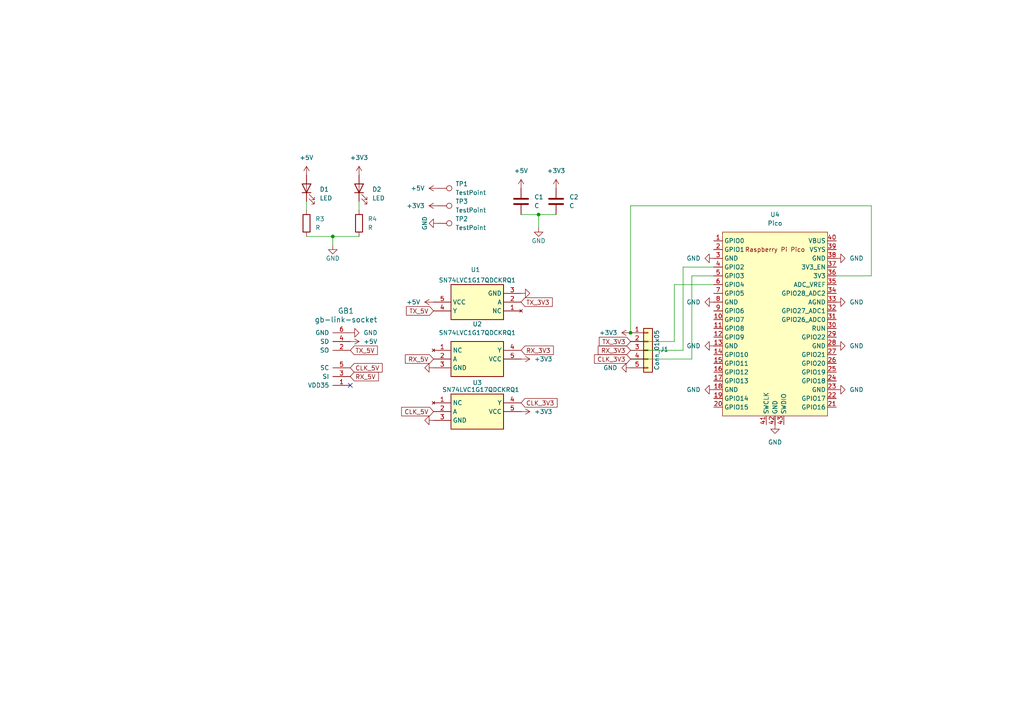
<source format=kicad_sch>
(kicad_sch (version 20241004) (generator "eeschema") (generator_version "8.99")
  (paper "A4")
  (lib_symbols
    (symbol "Connector:TestPoint" (pin_numbers (hide yes)) (pin_names (offset 0.762) (hide yes))
      (property "Reference" "TP" (at 0 6.858 0))
      (property "Value" "TestPoint" (at 0 5.08 0))
      (symbol "TestPoint_0_1"
        (circle (center 0 3.302) (radius 0.762))
      )
      (symbol "TestPoint_1_1"
        (pin passive line (at 0 0 90) (length 2.54) (name "1") (number "1"))
      )
    )
    (symbol "Connector_Generic:Conn_01x05" (pin_names (offset 1.016) (hide yes))
      (property "Reference" "J" (at 0 7.62 0))
      (property "Value" "Conn_01x05" (at 0 -7.62 0))
      (symbol "Conn_01x05_1_1"
        (rectangle (start -1.27 6.35) (end 1.27 -6.35) (stroke (width 0.254)) (fill (type background)))
        (rectangle (start -1.27 5.207) (end 0 4.953) (stroke (width 0.1524)))
        (rectangle (start -1.27 2.667) (end 0 2.413) (stroke (width 0.1524)))
        (rectangle (start -1.27 0.127) (end 0 -0.127) (stroke (width 0.1524)))
        (rectangle (start -1.27 -2.413) (end 0 -2.667) (stroke (width 0.1524)))
        (rectangle (start -1.27 -4.953) (end 0 -5.207) (stroke (width 0.1524)))
        (pin passive line (at -5.08 5.08 0) (length 3.81) (name "Pin_1") (number "1"))
        (pin passive line (at -5.08 2.54 0) (length 3.81) (name "Pin_2") (number "2"))
        (pin passive line (at -5.08 0 0) (length 3.81) (name "Pin_3") (number "3"))
        (pin passive line (at -5.08 -2.54 0) (length 3.81) (name "Pin_4") (number "4"))
        (pin passive line (at -5.08 -5.08 0) (length 3.81) (name "Pin_5") (number "5"))
      )
    )
    (symbol "Device:C" (pin_numbers (hide yes)) (pin_names (offset 0.254))
      (property "Reference" "C" (at 0.635 2.54 0))
      (property "Value" "C" (at 0.635 -2.54 0))
      (symbol "C_0_1"
        (polyline (pts (xy -2.032 0.762) (xy 2.032 0.762)) (stroke (width 0.508)))
        (polyline (pts (xy -2.032 -0.762) (xy 2.032 -0.762)) (stroke (width 0.508)))
      )
      (symbol "C_1_1"
        (pin passive line (at 0 3.81 270) (length 2.794) (name "~") (number "1"))
        (pin passive line (at 0 -3.81 90) (length 2.794) (name "~") (number "2"))
      )
    )
    (symbol "Device:LED" (pin_numbers (hide yes)) (pin_names (offset 1.016) (hide yes))
      (property "Reference" "D" (at 0 2.54 0))
      (property "Value" "LED" (at 0 -2.54 0))
      (symbol "LED_0_1"
        (polyline (pts (xy -3.048 -0.762) (xy -4.572 -2.286) (xy -3.81 -2.286) (xy -4.572 -2.286) (xy -4.572 -1.524)))
        (polyline (pts (xy -1.778 -0.762) (xy -3.302 -2.286) (xy -2.54 -2.286) (xy -3.302 -2.286) (xy -3.302 -1.524)))
        (polyline (pts (xy -1.27 0) (xy 1.27 0)))
        (polyline (pts (xy -1.27 -1.27) (xy -1.27 1.27)) (stroke (width 0.254)))
        (polyline (pts (xy 1.27 -1.27) (xy 1.27 1.27) (xy -1.27 0) (xy 1.27 -1.27)) (stroke (width 0.254)))
      )
      (symbol "LED_1_1"
        (pin passive line (at -3.81 0 0) (length 2.54) (name "K") (number "1"))
        (pin passive line (at 3.81 0 180) (length 2.54) (name "A") (number "2"))
      )
    )
    (symbol "Device:R" (pin_numbers (hide yes)) (pin_names (offset 0))
      (property "Reference" "R" (at 2.032 0 90))
      (property "Value" "R" (at 0 0 90))
      (symbol "R_0_1"
        (rectangle (start -1.016 -2.54) (end 1.016 2.54) (stroke (width 0.254)))
      )
      (symbol "R_1_1"
        (pin passive line (at 0 3.81 270) (length 1.27) (name "~") (number "1"))
        (pin passive line (at 0 -3.81 90) (length 1.27) (name "~") (number "2"))
      )
    )
    (symbol "MCU_RaspberryPi_and_Boards:Pico"
      (property "Reference" "U" (at -13.97 27.94 0))
      (property "Value" "Pico" (at 0 19.05 0))
      (symbol "Pico_0_0"
        (text "Raspberry Pi Pico" (at 0 21.59 0) (effects (font (size 1.27 1.27))))
      )
      (symbol "Pico_0_1"
        (rectangle (start -15.24 26.67) (end 15.24 -26.67) (fill (type background)))
      )
      (symbol "Pico_1_1"
        (pin bidirectional line (at -17.78 24.13 0) (length 2.54) (name "GPIO0") (number "1"))
        (pin bidirectional line (at -17.78 21.59 0) (length 2.54) (name "GPIO1") (number "2"))
        (pin power_in line (at -17.78 19.05 0) (length 2.54) (name "GND") (number "3"))
        (pin bidirectional line (at -17.78 16.51 0) (length 2.54) (name "GPIO2") (number "4"))
        (pin bidirectional line (at -17.78 13.97 0) (length 2.54) (name "GPIO3") (number "5"))
        (pin bidirectional line (at -17.78 11.43 0) (length 2.54) (name "GPIO4") (number "6"))
        (pin bidirectional line (at -17.78 8.89 0) (length 2.54) (name "GPIO5") (number "7"))
        (pin power_in line (at -17.78 6.35 0) (length 2.54) (name "GND") (number "8"))
        (pin bidirectional line (at -17.78 3.81 0) (length 2.54) (name "GPIO6") (number "9"))
        (pin bidirectional line (at -17.78 1.27 0) (length 2.54) (name "GPIO7") (number "10"))
        (pin bidirectional line (at -17.78 -1.27 0) (length 2.54) (name "GPIO8") (number "11"))
        (pin bidirectional line (at -17.78 -3.81 0) (length 2.54) (name "GPIO9") (number "12"))
        (pin power_in line (at -17.78 -6.35 0) (length 2.54) (name "GND") (number "13"))
        (pin bidirectional line (at -17.78 -8.89 0) (length 2.54) (name "GPIO10") (number "14"))
        (pin bidirectional line (at -17.78 -11.43 0) (length 2.54) (name "GPIO11") (number "15"))
        (pin bidirectional line (at -17.78 -13.97 0) (length 2.54) (name "GPIO12") (number "16"))
        (pin bidirectional line (at -17.78 -16.51 0) (length 2.54) (name "GPIO13") (number "17"))
        (pin power_in line (at -17.78 -19.05 0) (length 2.54) (name "GND") (number "18"))
        (pin bidirectional line (at -17.78 -21.59 0) (length 2.54) (name "GPIO14") (number "19"))
        (pin bidirectional line (at -17.78 -24.13 0) (length 2.54) (name "GPIO15") (number "20"))
        (pin input line (at -2.54 -29.21 90) (length 2.54) (name "SWCLK") (number "41"))
        (pin power_in line (at 0 -29.21 90) (length 2.54) (name "GND") (number "42"))
        (pin bidirectional line (at 2.54 -29.21 90) (length 2.54) (name "SWDIO") (number "43"))
        (pin power_in line (at 17.78 24.13 180) (length 2.54) (name "VBUS") (number "40"))
        (pin power_in line (at 17.78 21.59 180) (length 2.54) (name "VSYS") (number "39"))
        (pin bidirectional line (at 17.78 19.05 180) (length 2.54) (name "GND") (number "38"))
        (pin input line (at 17.78 16.51 180) (length 2.54) (name "3V3_EN") (number "37"))
        (pin power_in line (at 17.78 13.97 180) (length 2.54) (name "3V3") (number "36"))
        (pin power_in line (at 17.78 11.43 180) (length 2.54) (name "ADC_VREF") (number "35"))
        (pin bidirectional line (at 17.78 8.89 180) (length 2.54) (name "GPIO28_ADC2") (number "34"))
        (pin power_in line (at 17.78 6.35 180) (length 2.54) (name "AGND") (number "33"))
        (pin bidirectional line (at 17.78 3.81 180) (length 2.54) (name "GPIO27_ADC1") (number "32"))
        (pin bidirectional line (at 17.78 1.27 180) (length 2.54) (name "GPIO26_ADC0") (number "31"))
        (pin input line (at 17.78 -1.27 180) (length 2.54) (name "RUN") (number "30"))
        (pin bidirectional line (at 17.78 -3.81 180) (length 2.54) (name "GPIO22") (number "29"))
        (pin power_in line (at 17.78 -6.35 180) (length 2.54) (name "GND") (number "28"))
        (pin bidirectional line (at 17.78 -8.89 180) (length 2.54) (name "GPIO21") (number "27"))
        (pin bidirectional line (at 17.78 -11.43 180) (length 2.54) (name "GPIO20") (number "26"))
        (pin bidirectional line (at 17.78 -13.97 180) (length 2.54) (name "GPIO19") (number "25"))
        (pin bidirectional line (at 17.78 -16.51 180) (length 2.54) (name "GPIO18") (number "24"))
        (pin power_in line (at 17.78 -19.05 180) (length 2.54) (name "GND") (number "23"))
        (pin bidirectional line (at 17.78 -21.59 180) (length 2.54) (name "GPIO17") (number "22"))
        (pin bidirectional line (at 17.78 -24.13 180) (length 2.54) (name "GPIO16") (number "21"))
      )
    )
    (symbol "SN74LVC1G17QDCKRQ1:SN74LVC1G17QDCKRQ1"
      (property "Reference" "IC" (at 21.59 7.62 0))
      (property "Value" "SN74LVC1G17QDCKRQ1" (at 21.59 5.08 0))
      (symbol "SN74LVC1G17QDCKRQ1_1_1"
        (rectangle (start 5.08 2.54) (end 20.32 -7.62) (stroke (width 0.254)) (fill (type background)))
        (pin no_connect line (at 0 0 0) (length 5.08) (name "NC") (number "1"))
        (pin passive line (at 0 -2.54 0) (length 5.08) (name "A") (number "2"))
        (pin passive line (at 0 -5.08 0) (length 5.08) (name "GND") (number "3"))
        (pin passive line (at 25.4 0 180) (length 5.08) (name "Y") (number "4"))
        (pin passive line (at 25.4 -2.54 180) (length 5.08) (name "VCC") (number "5"))
      )
    )
    (symbol "gb-link-socket:gb-link-socket" (pin_names (offset 1.016))
      (property "Reference" "GB" (at 0 -11.43 0))
      (property "Value" "gb-link-socket" (at 0 -13.97 0))
      (property "Footprint" "gb-link-socket:gb-link-socket" (at -5.08 0 0))
      (symbol "gb-link-socket_1_1"
        (pin input line (at -7.62 0 270) (length 5.08) (name "GND") (number "6"))
        (pin input line (at -5.08 0 270) (length 5.08) (name "SD") (number "4"))
        (pin input line (at -2.54 0 270) (length 5.08) (name "SO") (number "2"))
        (pin input line (at 2.54 0 270) (length 5.08) (name "SC") (number "5"))
        (pin input line (at 5.08 0 270) (length 5.08) (name "SI") (number "3"))
        (pin input line (at 7.62 0 270) (length 5.08) (name "VDD35") (number "1"))
      )
    )
    (symbol "power:+3V3" (power) (pin_names (offset 0))
      (property "Value" "+3V3" (at 0 3.556 0))
      (symbol "+3V3_0_1"
        (polyline (pts (xy -0.762 1.27) (xy 0 2.54)))
        (polyline (pts (xy 0 2.54) (xy 0.762 1.27)))
        (polyline (pts (xy 0 0) (xy 0 2.54)))
      )
      (symbol "+3V3_1_1"
        (pin power_in line (at 0 0 90) (length 0) (hide yes) (name "+3V3") (number "1"))
      )
    )
    (symbol "power:+5V" (power) (pin_names (offset 0))
      (property "Value" "+5V" (at 0 3.556 0))
      (symbol "+5V_0_1"
        (polyline (pts (xy -0.762 1.27) (xy 0 2.54)))
        (polyline (pts (xy 0 2.54) (xy 0.762 1.27)))
        (polyline (pts (xy 0 0) (xy 0 2.54)))
      )
      (symbol "+5V_1_1"
        (pin power_in line (at 0 0 90) (length 0) (hide yes) (name "+5V") (number "1"))
      )
    )
    (symbol "power:GND" (power) (pin_names (offset 0))
      (property "Value" "GND" (at 0 -3.81 0))
      (symbol "GND_0_1"
        (polyline (pts (xy 0 0) (xy 0 -1.27) (xy 1.27 -1.27) (xy 0 -2.54) (xy -1.27 -1.27) (xy 0 -1.27)))
      )
      (symbol "GND_1_1"
        (pin power_in line (at 0 0 270) (length 0) (hide yes) (name "GND") (number "1"))
      )
    )
  )
  (junction (at 96.52 68.58))
  (junction (at 182.88 96.52))
  (junction (at 156.21 62.23))
  (no_connect (at 101.6 111.76))
  (wire (pts (xy 96.52 68.58) (xy 104.14 68.58)))
  (wire (pts (xy 198.12 77.47) (xy 207.01 77.47)))
  (wire (pts (xy 200.66 80.01) (xy 207.01 80.01)))
  (wire (pts (xy 96.52 71.12) (xy 96.52 68.58)))
  (wire (pts (xy 182.88 96.52) (xy 182.88 59.69)))
  (wire (pts (xy 182.88 104.14) (xy 200.66 104.14)))
  (wire (pts (xy 156.21 62.23) (xy 151.13 62.23)))
  (wire (pts (xy 88.9 58.42) (xy 88.9 60.96)))
  (wire (pts (xy 200.66 104.14) (xy 200.66 80.01)))
  (wire (pts (xy 104.14 58.42) (xy 104.14 60.96)))
  (wire (pts (xy 156.21 62.23) (xy 156.21 66.04)))
  (wire (pts (xy 182.88 59.69) (xy 252.73 59.69)))
  (wire (pts (xy 252.73 59.69) (xy 252.73 80.01)))
  (wire (pts (xy 252.73 80.01) (xy 242.57 80.01)))
  (wire (pts (xy 88.9 68.58) (xy 96.52 68.58)))
  (wire (pts (xy 182.88 99.06) (xy 195.58 99.06)))
  (wire (pts (xy 195.58 82.55) (xy 207.01 82.55)))
  (wire (pts (xy 156.21 62.23) (xy 161.29 62.23)))
  (wire (pts (xy 182.88 101.6) (xy 198.12 101.6)))
  (wire (pts (xy 198.12 101.6) (xy 198.12 77.47)))
  (wire (pts (xy 195.58 99.06) (xy 195.58 82.55)))
  (global_label "CLK_3V3" (shape input) (at 151.13 116.84 0) (property "Intersheetrefs" "${INTERSHEET_REFS}" (effects (hide yes))))
  (global_label "RX_3V3" (shape input) (at 151.13 101.6 0) (property "Intersheetrefs" "${INTERSHEET_REFS}" (effects (hide yes))))
  (global_label "RX_5V" (shape input) (at 101.6 109.22 0) (property "Intersheetrefs" "${INTERSHEET_REFS}" (effects (hide yes))))
  (global_label "CLK_5V" (shape input) (at 101.6 106.68 0) (property "Intersheetrefs" "${INTERSHEET_REFS}" (effects (hide yes))))
  (global_label "TX_3V3" (shape input) (at 151.13 87.63 0) (property "Intersheetrefs" "${INTERSHEET_REFS}" (effects (hide yes))))
  (global_label "TX_5V" (shape input) (at 125.73 90.17 180) (property "Intersheetrefs" "${INTERSHEET_REFS}" (effects (hide yes))))
  (global_label "CLK_5V" (shape input) (at 125.73 119.38 180) (property "Intersheetrefs" "${INTERSHEET_REFS}" (effects (hide yes))))
  (global_label "RX_5V" (shape input) (at 125.73 104.14 180) (property "Intersheetrefs" "${INTERSHEET_REFS}" (effects (hide yes))))
  (global_label "TX_5V" (shape input) (at 101.6 101.6 0) (property "Intersheetrefs" "${INTERSHEET_REFS}" (effects (hide yes))))
  (global_label "CLK_3V3" (shape input) (at 182.88 104.14 180) (property "Intersheetrefs" "${INTERSHEET_REFS}" (effects (hide yes))))
  (global_label "TX_3V3" (shape input) (at 182.88 99.06 180) (property "Intersheetrefs" "${INTERSHEET_REFS}" (effects (hide yes))))
  (global_label "RX_3V3" (shape input) (at 182.88 101.6 180) (property "Intersheetrefs" "${INTERSHEET_REFS}" (effects (hide yes))))
  (symbol (lib_id "power:+5V") (at 88.9 50.8 0) (unit 1)
    (property "Reference" "#PWR011" (effects (hide yes)))
    (property "Value" "+5V" (at 88.9 45.72 0))
  )
  (symbol (lib_id "power:+3V3") (at 151.13 104.14 270) (unit 1)
    (property "Reference" "#PWR06" (effects (hide yes)))
    (property "Value" "+3V3" (at 154.94 104.14 90) (effects (justify left)))
  )
  (symbol (lib_id "power:GND") (at 242.57 87.63 90) (unit 1)
    (property "Reference" "#PWR024" (effects (hide yes)))
    (property "Value" "GND" (at 246.38 87.6299 90) (effects (justify right)))
  )
  (symbol (lib_id "power:GND") (at 127 64.77 270) (unit 1)
    (property "Reference" "#PWR027" (effects (hide yes)))
    (property "Value" "GND" (at 123.19 64.77 0))
  )
  (symbol (lib_id "Device:R") (at 104.14 64.77 0) (unit 1)
    (property "Reference" "R4" (at 106.68 63.4999 0) (effects (justify left)))
    (property "Value" "R" (at 106.68 66.0399 0) (effects (justify left)))
    (property "Footprint" "Resistor_SMD:R_0805_2012Metric" (effects (hide yes)))
  )
  (symbol (lib_id "SN74LVC1G17QDCKRQ1:SN74LVC1G17QDCKRQ1") (at 125.73 116.84 0) (unit 1)
    (property "Reference" "U3" (at 138.43 110.998 0))
    (property "Value" "SN74LVC1G17QDCKRQ1" (at 139.446 113.03 0))
    (property "Footprint" "SOT65P210X110-5N" (effects (hide yes)))
    (property "Datasheet" "http://www.ti.com/lit/ds/symlink/sn74lvc1g17-q1.pdf" (effects (hide yes)))
    (property "Height" "1.1" (effects (hide yes)))
    (property "Manufacturer_Name" "Texas Instruments" (effects (hide yes)))
    (property "Manufacturer_Part_Number" "SN74LVC1G17QDCKRQ1" (effects (hide yes)))
  )
  (symbol (lib_id "Device:C") (at 151.13 58.42 0) (unit 1)
    (property "Reference" "C1" (at 154.94 57.1499 0) (effects (justify left)))
    (property "Value" "C" (at 154.94 59.6899 0) (effects (justify left)))
    (property "Footprint" "Capacitor_SMD:C_0805_2012Metric" (effects (hide yes)))
    (property "Description" "Unpolarized capacitor" (effects (hide yes)))
  )
  (symbol (lib_id "power:+5V") (at 125.73 87.63 90) (unit 1)
    (property "Reference" "#PWR04" (effects (hide yes)))
    (property "Value" "+5V" (at 121.92 87.63 90) (effects (justify left)))
  )
  (symbol (lib_id "power:+3V3") (at 104.14 50.8 0) (unit 1)
    (property "Reference" "#PWR012" (effects (hide yes)))
    (property "Value" "+3V3" (at 104.14 45.72 0))
  )
  (symbol (lib_id "power:GND") (at 151.13 85.09 90) (unit 1)
    (property "Reference" "#PWR01" (effects (hide yes)))
    (property "Value" "GND" (effects (hide yes)))
  )
  (symbol (lib_id "power:+5V") (at 127 54.61 90) (unit 1)
    (property "Reference" "#PWR017" (effects (hide yes)))
    (property "Value" "+5V" (at 123.19 54.6099 90) (effects (justify left)))
  )
  (symbol (lib_id "power:GND") (at 242.57 74.93 90) (unit 1)
    (property "Reference" "#PWR023" (effects (hide yes)))
    (property "Value" "GND" (at 246.38 74.9299 90) (effects (justify right)))
  )
  (symbol (lib_id "power:GND") (at 224.79 123.19 0) (unit 1)
    (property "Reference" "#PWR021" (effects (hide yes)))
    (property "Value" "GND" (at 224.79 128.27 0))
  )
  (symbol (lib_id "Device:R") (at 88.9 64.77 0) (unit 1)
    (property "Reference" "R3" (at 91.44 63.4999 0) (effects (justify left)))
    (property "Value" "R" (at 91.44 66.0399 0) (effects (justify left)))
    (property "Footprint" "Resistor_SMD:R_0805_2012Metric" (effects (hide yes)))
  )
  (symbol (lib_id "SN74LVC1G17QDCKRQ1:SN74LVC1G17QDCKRQ1") (at 151.13 90.17 180) (unit 1)
    (property "Reference" "U1" (at 137.922 78.232 0))
    (property "Value" "SN74LVC1G17QDCKRQ1" (at 138.43 81.28 0))
    (property "Footprint" "SOT65P210X110-5N" (effects (hide yes)))
    (property "Datasheet" "http://www.ti.com/lit/ds/symlink/sn74lvc1g17-q1.pdf" (effects (hide yes)))
    (property "Height" "1.1" (effects (hide yes)))
    (property "Manufacturer_Name" "Texas Instruments" (effects (hide yes)))
    (property "Manufacturer_Part_Number" "SN74LVC1G17QDCKRQ1" (effects (hide yes)))
  )
  (symbol (lib_id "power:+3V3") (at 161.29 54.61 0) (unit 1)
    (property "Reference" "#PWR015" (effects (hide yes)))
    (property "Value" "+3V3" (at 161.29 49.53 0))
  )
  (symbol (lib_id "MCU_RaspberryPi_and_Boards:Pico") (at 224.79 93.98 0) (unit 1)
    (property "Reference" "U4" (at 224.79 62.23 0))
    (property "Value" "Pico" (at 224.79 64.77 0))
    (property "Footprint" "MCU_RaspberryPi_and_Boards:RPi_Pico_SMD_TH" (effects (hide yes)))
  )
  (symbol (lib_id "power:GND") (at 207.01 113.03 270) (unit 1)
    (property "Reference" "#PWR018" (effects (hide yes)))
    (property "Value" "GND" (at 203.2 113.03 90) (effects (justify right)))
  )
  (symbol (lib_id "power:GND") (at 242.57 113.03 90) (unit 1)
    (property "Reference" "#PWR025" (effects (hide yes)))
    (property "Value" "GND" (at 246.38 113.0299 90) (effects (justify right)))
  )
  (symbol (lib_id "Connector:TestPoint") (at 127 54.61 270) (unit 1)
    (property "Reference" "TP1" (at 132.08 53.3399 90) (effects (justify left)))
    (property "Value" "TestPoint" (at 132.08 55.8799 90) (effects (justify left)))
    (property "Footprint" "Connector_PinHeader_2.54mm:PinHeader_1x01_P2.54mm_Vertical" (effects (hide yes)))
    (property "Description" "test point" (effects (hide yes)))
  )
  (symbol (lib_id "power:GND") (at 101.6 96.52 90) (unit 1)
    (property "Reference" "#PWR05" (effects (hide yes)))
    (property "Value" "GND" (at 105.41 96.52 90) (effects (justify right)))
  )
  (symbol (lib_id "SN74LVC1G17QDCKRQ1:SN74LVC1G17QDCKRQ1") (at 125.73 101.6 0) (unit 1)
    (property "Reference" "U2" (at 138.43 93.98 0))
    (property "Value" "SN74LVC1G17QDCKRQ1" (at 138.43 96.52 0))
    (property "Footprint" "SOT65P210X110-5N" (effects (hide yes)))
    (property "Datasheet" "http://www.ti.com/lit/ds/symlink/sn74lvc1g17-q1.pdf" (effects (hide yes)))
    (property "Height" "1.1" (effects (hide yes)))
    (property "Manufacturer_Name" "Texas Instruments" (effects (hide yes)))
    (property "Manufacturer_Part_Number" "SN74LVC1G17QDCKRQ1" (effects (hide yes)))
  )
  (symbol (lib_id "Connector:TestPoint") (at 127 59.69 270) (unit 1)
    (property "Reference" "TP3" (at 132.08 58.4199 90) (effects (justify left)))
    (property "Value" "TestPoint" (at 132.08 60.9599 90) (effects (justify left)))
    (property "Footprint" "Connector_PinHeader_2.54mm:PinHeader_1x01_P2.54mm_Vertical" (effects (hide yes)))
    (property "Description" "test point" (effects (hide yes)))
  )
  (symbol (lib_id "power:+3V3") (at 182.88 96.52 90) (unit 1)
    (property "Reference" "#PWR014" (effects (hide yes)))
    (property "Value" "+3V3" (at 179.07 96.52 90) (effects (justify left)))
  )
  (symbol (lib_id "power:+3V3") (at 127 59.69 90) (unit 1)
    (property "Reference" "#PWR028" (effects (hide yes)))
    (property "Value" "+3V3" (at 123.19 59.6899 90) (effects (justify left)))
  )
  (symbol (lib_id "Device:LED") (at 88.9 54.61 90) (unit 1)
    (property "Reference" "D1" (at 92.71 54.9274 90) (effects (justify right)))
    (property "Value" "LED" (at 92.71 57.4674 90) (effects (justify right)))
    (property "Footprint" "LED_SMD:LED_0805_2012Metric" (effects (hide yes)))
    (property "Description" "Light emitting diode" (effects (hide yes)))
    (property "Height" "0.5" (effects (hide yes)))
    (property "Mouser Part Number" "630-HSMS-C177" (effects (hide yes)))
    (property "Mouser Price/Stock" "https://www.mouser.co.uk/ProductDetail/Broadcom-Avago/HSM-C177?qs=YDL0qNrpDT54K8kRkzcocA%3D%3D" (effects (hide yes)))
    (property "Manufacturer_Part_Number" "HSMS-C177" (effects (hide yes)))
  )
  (symbol (lib_id "power:GND") (at 125.73 121.92 270) (unit 1)
    (property "Reference" "#PWR07" (effects (hide yes)))
    (property "Value" "GND" (effects (hide yes)))
  )
  (symbol (lib_id "power:GND") (at 207.01 100.33 270) (unit 1)
    (property "Reference" "#PWR019" (effects (hide yes)))
    (property "Value" "GND" (at 203.2 100.33 90) (effects (justify right)))
  )
  (symbol (lib_id "gb-link-socket:gb-link-socket") (at 101.6 104.14 270) (unit 1)
    (property "Reference" "GB1" (at 100.33 90.17 90) (effects (font (size 1.524 1.524))))
    (property "Value" "gb-link-socket" (at 100.33 92.71 90) (effects (font (size 1.524 1.524))))
    (property "Footprint" "gb-link-socket:gb-link-socket" (effects (hide yes)))
  )
  (symbol (lib_id "Connector_Generic:Conn_01x05") (at 187.96 101.6 0) (unit 1)
    (property "Reference" "J1" (at 191.516 101.346 0) (effects (justify left)))
    (property "Value" "Conn_01x05" (at 190.5 107.442 90) (effects (justify left)))
    (property "Footprint" "Connector_PinHeader_2.54mm:PinHeader_1x05_P2.54mm_Vertical" (effects (hide yes)))
  )
  (symbol (lib_id "Device:LED") (at 104.14 54.61 90) (unit 1)
    (property "Reference" "D2" (at 107.95 54.9274 90) (effects (justify right)))
    (property "Value" "LED" (at 107.95 57.4674 90) (effects (justify right)))
    (property "Footprint" "LED_SMD:LED_0805_2012Metric" (effects (hide yes)))
    (property "Description" "Light emitting diode" (effects (hide yes)))
    (property "Height" "0.5" (effects (hide yes)))
    (property "Mouser Part Number" "630-HSMS-C177" (effects (hide yes)))
    (property "Mouser Price/Stock" "https://www.mouser.co.uk/ProductDetail/Broadcom-Avago/HSM-C177?qs=YDL0qNrpDT54K8kRkzcocA%3D%3D" (effects (hide yes)))
    (property "Manufacturer_Part_Number" "HSMS-C177" (effects (hide yes)))
  )
  (symbol (lib_id "power:+5V") (at 101.6 99.06 270) (unit 1)
    (property "Reference" "#PWR03" (effects (hide yes)))
    (property "Value" "+5V" (at 105.41 99.06 90) (effects (justify left)))
  )
  (symbol (lib_id "power:GND") (at 242.57 100.33 90) (unit 1)
    (property "Reference" "#PWR026" (effects (hide yes)))
    (property "Value" "GND" (at 246.38 100.3299 90) (effects (justify right)))
  )
  (symbol (lib_id "power:GND") (at 207.01 87.63 270) (unit 1)
    (property "Reference" "#PWR020" (effects (hide yes)))
    (property "Value" "GND" (at 203.2 87.63 90) (effects (justify right)))
  )
  (symbol (lib_id "power:GND") (at 125.73 106.68 270) (unit 1)
    (property "Reference" "#PWR02" (effects (hide yes)))
    (property "Value" "GND" (effects (hide yes)))
  )
  (symbol (lib_id "Connector:TestPoint") (at 127 64.77 270) (unit 1)
    (property "Reference" "TP2" (at 132.08 63.4999 90) (effects (justify left)))
    (property "Value" "TestPoint" (at 132.08 66.0399 90) (effects (justify left)))
    (property "Footprint" "Connector_PinHeader_2.54mm:PinHeader_1x01_P2.54mm_Vertical" (effects (hide yes)))
    (property "Description" "test point" (effects (hide yes)))
  )
  (symbol (lib_id "power:+5V") (at 151.13 54.61 0) (unit 1)
    (property "Reference" "#PWR013" (effects (hide yes)))
    (property "Value" "+5V" (at 151.13 49.53 0))
  )
  (symbol (lib_id "power:GND") (at 182.88 106.68 270) (unit 1)
    (property "Reference" "#PWR09" (effects (hide yes)))
    (property "Value" "GND" (at 179.07 106.68 90) (effects (justify right)))
  )
  (symbol (lib_id "power:GND") (at 96.52 71.12 0) (unit 1)
    (property "Reference" "#PWR010" (effects (hide yes)))
    (property "Value" "GND" (at 96.52 74.93 0))
  )
  (symbol (lib_id "power:GND") (at 207.01 74.93 270) (unit 1)
    (property "Reference" "#PWR022" (effects (hide yes)))
    (property "Value" "GND" (at 203.2 74.93 90) (effects (justify right)))
  )
  (symbol (lib_id "Device:C") (at 161.29 58.42 0) (unit 1)
    (property "Reference" "C2" (at 165.1 57.1499 0) (effects (justify left)))
    (property "Value" "C" (at 165.1 59.6899 0) (effects (justify left)))
    (property "Footprint" "Capacitor_SMD:C_0805_2012Metric" (effects (hide yes)))
    (property "Description" "Unpolarized capacitor" (effects (hide yes)))
  )
  (symbol (lib_id "power:GND") (at 156.21 66.04 0) (unit 1)
    (property "Reference" "#PWR016" (effects (hide yes)))
    (property "Value" "GND" (at 156.21 69.85 0))
  )
  (symbol (lib_id "power:+3V3") (at 151.13 119.38 270) (unit 1)
    (property "Reference" "#PWR08" (effects (hide yes)))
    (property "Value" "+3V3" (at 154.94 119.3801 90) (effects (justify left)))
  )
)
</source>
